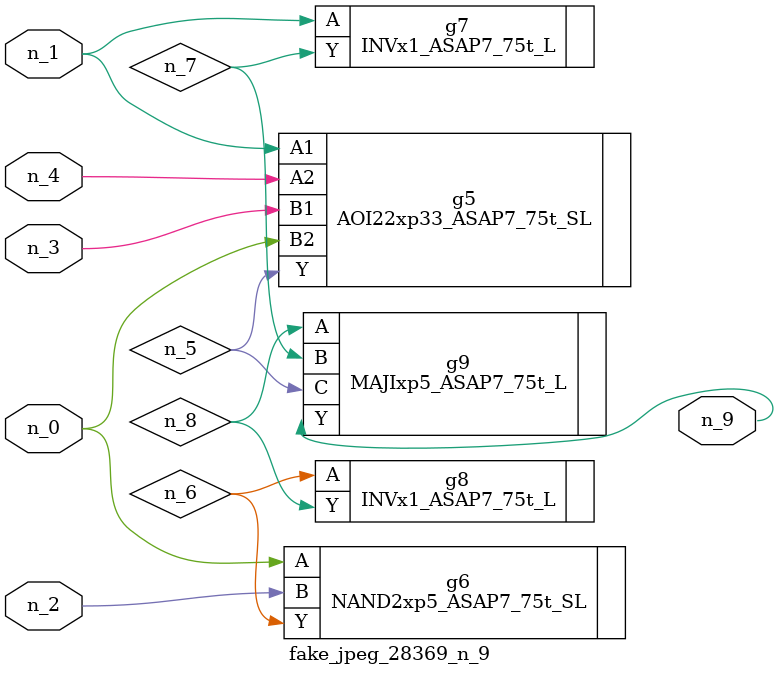
<source format=v>
module fake_jpeg_28369_n_9 (n_3, n_2, n_1, n_0, n_4, n_9);

input n_3;
input n_2;
input n_1;
input n_0;
input n_4;

output n_9;

wire n_8;
wire n_6;
wire n_5;
wire n_7;

AOI22xp33_ASAP7_75t_SL g5 ( 
.A1(n_1),
.A2(n_4),
.B1(n_3),
.B2(n_0),
.Y(n_5)
);

NAND2xp5_ASAP7_75t_SL g6 ( 
.A(n_0),
.B(n_2),
.Y(n_6)
);

INVx1_ASAP7_75t_L g7 ( 
.A(n_1),
.Y(n_7)
);

INVx1_ASAP7_75t_L g8 ( 
.A(n_6),
.Y(n_8)
);

MAJIxp5_ASAP7_75t_L g9 ( 
.A(n_8),
.B(n_7),
.C(n_5),
.Y(n_9)
);


endmodule
</source>
